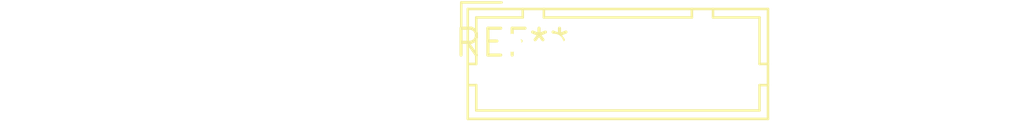
<source format=kicad_pcb>
(kicad_pcb (version 20240108) (generator pcbnew)
  (layers (0 "F.Cu" signal) (31 "B.Cu" signal) (34 "B.Paste" user) (35 "F.Paste" user) (36 "B.SilkS" user "B.Silkscreen") (37 "F.SilkS" user "F.Silkscreen") (38 "B.Mask" user) (39 "F.Mask" user) (44 "Edge.Cuts" user))
  (net 0 "")
  (footprint "Hirose_DF11-12DP-2DSA_2x06_P2.00mm_Vertical" (layer "F.Cu") (at 0 0)
    (property "Reference" "REF**")
    (property "Value" "Hirose_DF11-12DP-2DSA_2x06_P2.00mm_Vertical")
    (fp_line (start -2.41 -1.91) (end -0.5 -1.91) (layer "F.SilkS") (stroke (width 0.12)))
    (fp_line (start -2.41 0) (end -2.41 -1.91) (layer "F.SilkS") (stroke (width 0.12)))
    (fp_line (start -2.1 -1.6) (end -2.1 3.6) (layer "F.SilkS") (stroke (width 0.12)))
    (fp_line (start -2.1 1) (end -1.7 1) (layer "F.SilkS") (stroke (width 0.12)))
    (fp_line (start -2.1 2) (end -1.7 2) (layer "F.SilkS") (stroke (width 0.12)))
    (fp_line (start -2.1 3.6) (end 12.1 3.6) (layer "F.SilkS") (stroke (width 0.12)))
    (fp_line (start -1.7 -1.2) (end 0.5 -1.2) (layer "F.SilkS") (stroke (width 0.12)))
    (fp_line (start -1.7 1) (end -1.7 -1.2) (layer "F.SilkS") (stroke (width 0.12)))
    (fp_line (start -1.7 2) (end -1.7 3.2) (layer "F.SilkS") (stroke (width 0.12)))
    (fp_line (start -1.7 3.2) (end 11.7 3.2) (layer "F.SilkS") (stroke (width 0.12)))
    (fp_line (start 0.5 -1.2) (end 0.5 -1.6) (layer "F.SilkS") (stroke (width 0.12)))
    (fp_line (start 1.5 -1.6) (end 1.5 -1.2) (layer "F.SilkS") (stroke (width 0.12)))
    (fp_line (start 1.5 -1.2) (end 8.5 -1.2) (layer "F.SilkS") (stroke (width 0.12)))
    (fp_line (start 8.5 -1.2) (end 8.5 -1.6) (layer "F.SilkS") (stroke (width 0.12)))
    (fp_line (start 9.5 -1.2) (end 9.5 -1.6) (layer "F.SilkS") (stroke (width 0.12)))
    (fp_line (start 11.7 -1.2) (end 9.5 -1.2) (layer "F.SilkS") (stroke (width 0.12)))
    (fp_line (start 11.7 1) (end 11.7 -1.2) (layer "F.SilkS") (stroke (width 0.12)))
    (fp_line (start 11.7 2) (end 12.1 2) (layer "F.SilkS") (stroke (width 0.12)))
    (fp_line (start 11.7 3.2) (end 11.7 2) (layer "F.SilkS") (stroke (width 0.12)))
    (fp_line (start 12.1 -1.6) (end -2.1 -1.6) (layer "F.SilkS") (stroke (width 0.12)))
    (fp_line (start 12.1 1) (end 11.7 1) (layer "F.SilkS") (stroke (width 0.12)))
    (fp_line (start 12.1 3.6) (end 12.1 -1.6) (layer "F.SilkS") (stroke (width 0.12)))
    (pad "1" thru_hole roundrect (at 0 0) (size 1.2 1.65) (drill 0.85) (layers *.Cu *.Mask) (remove_unused_layers) (roundrect_rratio 0.208333))
    (pad "2" thru_hole oval (at 0 2) (size 1.2 1.65) (drill 0.85) (layers *.Cu *.Mask) (remove_unused_layers))
    (pad "3" thru_hole oval (at 2 0) (size 1.2 1.65) (drill 0.85) (layers *.Cu *.Mask) (remove_unused_layers))
    (pad "4" thru_hole oval (at 2 2) (size 1.2 1.65) (drill 0.85) (layers *.Cu *.Mask) (remove_unused_layers))
    (pad "5" thru_hole oval (at 4 0) (size 1.2 1.65) (drill 0.85) (layers *.Cu *.Mask) (remove_unused_layers))
    (pad "6" thru_hole oval (at 4 2) (size 1.2 1.65) (drill 0.85) (layers *.Cu *.Mask) (remove_unused_layers))
    (pad "7" thru_hole oval (at 6 0) (size 1.2 1.65) (drill 0.85) (layers *.Cu *.Mask) (remove_unused_layers))
    (pad "8" thru_hole oval (at 6 2) (size 1.2 1.65) (drill 0.85) (layers *.Cu *.Mask) (remove_unused_layers))
    (pad "9" thru_hole oval (at 8 0) (size 1.2 1.65) (drill 0.85) (layers *.Cu *.Mask) (remove_unused_layers))
    (pad "10" thru_hole oval (at 8 2) (size 1.2 1.65) (drill 0.85) (layers *.Cu *.Mask) (remove_unused_layers))
    (pad "11" thru_hole oval (at 10 0) (size 1.2 1.65) (drill 0.85) (layers *.Cu *.Mask) (remove_unused_layers))
    (pad "12" thru_hole oval (at 10 2) (size 1.2 1.65) (drill 0.85) (layers *.Cu *.Mask) (remove_unused_layers))
  )
)
</source>
